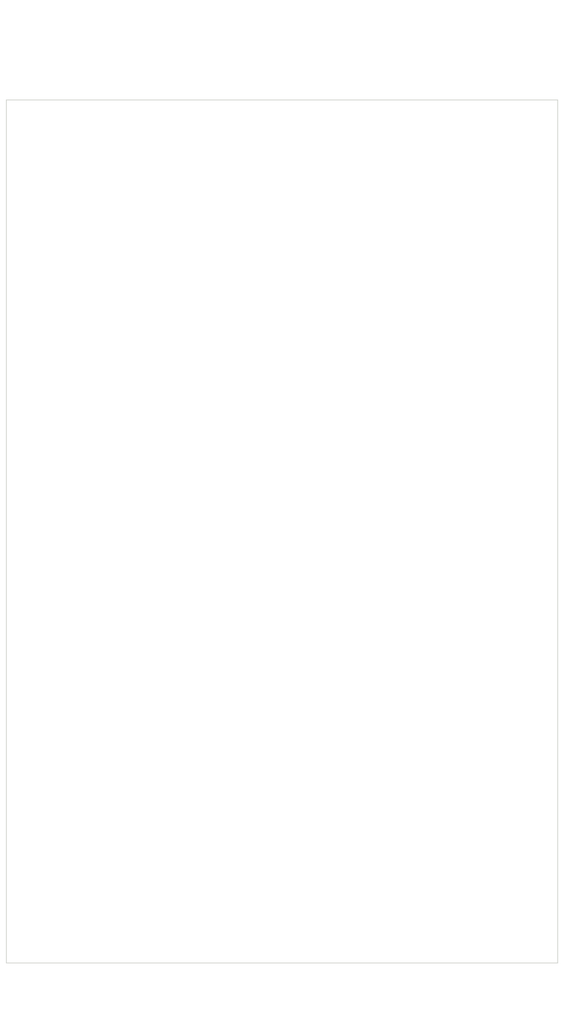
<source format=kicad_pcb>
(kicad_pcb (version 20211014) (generator pcbnew)

  (general
    (thickness 1.6)
  )

  (paper "A4")
  (layers
    (0 "F.Cu" signal)
    (31 "B.Cu" signal)
    (32 "B.Adhes" user "B.Adhesive")
    (33 "F.Adhes" user "F.Adhesive")
    (34 "B.Paste" user)
    (35 "F.Paste" user)
    (36 "B.SilkS" user "B.Silkscreen")
    (37 "F.SilkS" user "F.Silkscreen")
    (38 "B.Mask" user)
    (39 "F.Mask" user)
    (40 "Dwgs.User" user "User.Drawings")
    (41 "Cmts.User" user "User.Comments")
    (42 "Eco1.User" user "User.Eco1")
    (43 "Eco2.User" user "User.Eco2")
    (44 "Edge.Cuts" user)
    (45 "Margin" user)
    (46 "B.CrtYd" user "B.Courtyard")
    (47 "F.CrtYd" user "F.Courtyard")
    (48 "B.Fab" user)
    (49 "F.Fab" user)
    (50 "User.1" user)
    (51 "User.2" user)
    (52 "User.3" user)
    (53 "User.4" user)
    (54 "User.5" user)
    (55 "User.6" user)
    (56 "User.7" user)
    (57 "User.8" user)
    (58 "User.9" user)
  )

  (setup
    (pad_to_mask_clearance 0)
    (pcbplotparams
      (layerselection 0x00010fc_ffffffff)
      (disableapertmacros false)
      (usegerberextensions false)
      (usegerberattributes true)
      (usegerberadvancedattributes true)
      (creategerberjobfile true)
      (svguseinch false)
      (svgprecision 6)
      (excludeedgelayer true)
      (plotframeref false)
      (viasonmask false)
      (mode 1)
      (useauxorigin false)
      (hpglpennumber 1)
      (hpglpenspeed 20)
      (hpglpendiameter 15.000000)
      (dxfpolygonmode true)
      (dxfimperialunits true)
      (dxfusepcbnewfont true)
      (psnegative false)
      (psa4output false)
      (plotreference true)
      (plotvalue true)
      (plotinvisibletext false)
      (sketchpadsonfab false)
      (subtractmaskfromsilk false)
      (outputformat 1)
      (mirror false)
      (drillshape 1)
      (scaleselection 1)
      (outputdirectory "")
    )
  )

  (net 0 "")

  (gr_line (start 0.75 12.5) (end 0.75 120.85) (layer "Edge.Cuts") (width 0.1) (tstamp 1a09a7cb-78f5-4989-9bdf-8b4c4a8beb1d))
  (gr_line (start 70.05 120.85) (end 70.05 12.5) (layer "Edge.Cuts") (width 0.1) (tstamp 2aef071e-f380-49c0-b1ba-860b2a4bd684))
  (gr_line (start 0.75 120.85) (end 70.05 120.85) (layer "Edge.Cuts") (width 0.1) (tstamp 347e4106-0ad8-4579-9925-c65107fafee2))
  (gr_line (start 0.75 12.5) (end 70.05 12.5) (layer "Edge.Cuts") (width 0.1) (tstamp c8cb28f7-4e0d-49a3-8b9b-fcff4adac1d4))
  (gr_line (start 70.8 0) (end 70.8 128.5) (layer "User.1") (width 0.1) (tstamp 14be568d-2e52-4aed-b81b-dddc75cbdd07))
  (gr_line (start 0 128.5) (end 0 0) (layer "User.1") (width 0.1) (tstamp 159574a9-ecec-48bb-adb0-3dc9e65d4e79))
  (gr_line (start 0 0) (end 70.8 0) (layer "User.1") (width 0.1) (tstamp 7a879184-fad8-4feb-afb5-86fe8d34f1f7))
  (gr_line (start 70.8 128.5) (end 0 128.5) (layer "User.1") (width 0.1) (tstamp bc3f6e1f-c81e-4889-865a-0e223a5a22e2))

)

</source>
